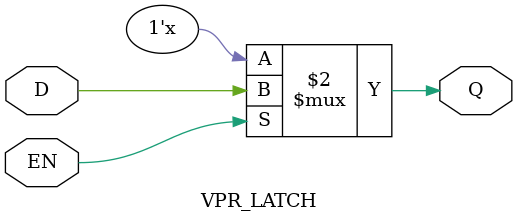
<source format=v>
`ifndef VPR_LATCH
`define VPR_LATCH
module VPR_LATCH (D, Q, EN);

	input wire D;
	input wire EN;

	output Q;
	reg Q;


	always @ ( D or EN )
		if (EN) begin
			Q <= D;
		end

endmodule
`endif

</source>
